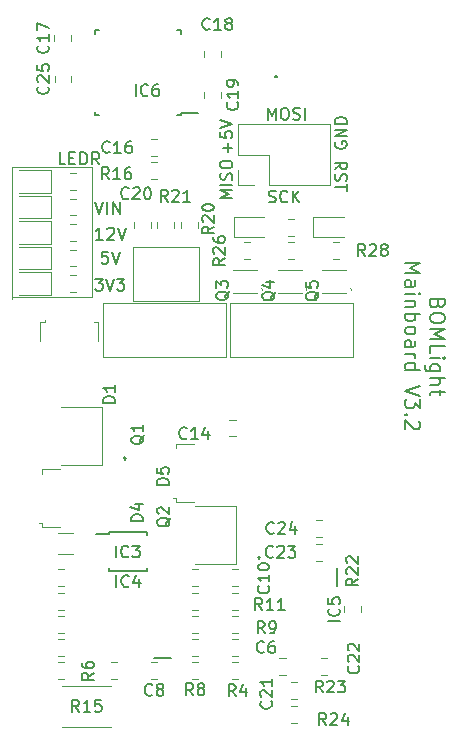
<source format=gbr>
G04 #@! TF.GenerationSoftware,KiCad,Pcbnew,(5.1.4)-1*
G04 #@! TF.CreationDate,2020-07-19T23:15:40-07:00*
G04 #@! TF.ProjectId,SkateLightMainBoard,536b6174-654c-4696-9768-744d61696e42,rev?*
G04 #@! TF.SameCoordinates,Original*
G04 #@! TF.FileFunction,Legend,Top*
G04 #@! TF.FilePolarity,Positive*
%FSLAX46Y46*%
G04 Gerber Fmt 4.6, Leading zero omitted, Abs format (unit mm)*
G04 Created by KiCad (PCBNEW (5.1.4)-1) date 2020-07-19 23:15:40*
%MOMM*%
%LPD*%
G04 APERTURE LIST*
%ADD10C,0.150000*%
%ADD11C,0.177800*%
%ADD12C,0.120000*%
%ADD13C,0.200000*%
%ADD14C,0.100000*%
%ADD15C,0.203200*%
G04 APERTURE END LIST*
D10*
X5908571Y16597619D02*
X5908571Y17597619D01*
X6241904Y16883333D01*
X6575238Y17597619D01*
X6575238Y16597619D01*
X7241904Y17597619D02*
X7432380Y17597619D01*
X7527619Y17550000D01*
X7622857Y17454761D01*
X7670476Y17264285D01*
X7670476Y16930952D01*
X7622857Y16740476D01*
X7527619Y16645238D01*
X7432380Y16597619D01*
X7241904Y16597619D01*
X7146666Y16645238D01*
X7051428Y16740476D01*
X7003809Y16930952D01*
X7003809Y17264285D01*
X7051428Y17454761D01*
X7146666Y17550000D01*
X7241904Y17597619D01*
X8051428Y16645238D02*
X8194285Y16597619D01*
X8432380Y16597619D01*
X8527619Y16645238D01*
X8575238Y16692857D01*
X8622857Y16788095D01*
X8622857Y16883333D01*
X8575238Y16978571D01*
X8527619Y17026190D01*
X8432380Y17073809D01*
X8241904Y17121428D01*
X8146666Y17169047D01*
X8099047Y17216666D01*
X8051428Y17311904D01*
X8051428Y17407142D01*
X8099047Y17502380D01*
X8146666Y17550000D01*
X8241904Y17597619D01*
X8480000Y17597619D01*
X8622857Y17550000D01*
X9051428Y16597619D02*
X9051428Y17597619D01*
X2511428Y13854285D02*
X2511428Y14616190D01*
X2892380Y14235238D02*
X2130476Y14235238D01*
X1892380Y15568571D02*
X1892380Y15092380D01*
X2368571Y15044761D01*
X2320952Y15092380D01*
X2273333Y15187619D01*
X2273333Y15425714D01*
X2320952Y15520952D01*
X2368571Y15568571D01*
X2463809Y15616190D01*
X2701904Y15616190D01*
X2797142Y15568571D01*
X2844761Y15520952D01*
X2892380Y15425714D01*
X2892380Y15187619D01*
X2844761Y15092380D01*
X2797142Y15044761D01*
X1892380Y15901904D02*
X2892380Y16235238D01*
X1892380Y16568571D01*
X2882380Y9938571D02*
X1882380Y9938571D01*
X2596666Y10271904D01*
X1882380Y10605238D01*
X2882380Y10605238D01*
X2882380Y11081428D02*
X1882380Y11081428D01*
X2834761Y11510000D02*
X2882380Y11652857D01*
X2882380Y11890952D01*
X2834761Y11986190D01*
X2787142Y12033809D01*
X2691904Y12081428D01*
X2596666Y12081428D01*
X2501428Y12033809D01*
X2453809Y11986190D01*
X2406190Y11890952D01*
X2358571Y11700476D01*
X2310952Y11605238D01*
X2263333Y11557619D01*
X2168095Y11510000D01*
X2072857Y11510000D01*
X1977619Y11557619D01*
X1930000Y11605238D01*
X1882380Y11700476D01*
X1882380Y11938571D01*
X1930000Y12081428D01*
X1882380Y12700476D02*
X1882380Y12890952D01*
X1930000Y12986190D01*
X2025238Y13081428D01*
X2215714Y13129047D01*
X2549047Y13129047D01*
X2739523Y13081428D01*
X2834761Y12986190D01*
X2882380Y12890952D01*
X2882380Y12700476D01*
X2834761Y12605238D01*
X2739523Y12510000D01*
X2549047Y12462380D01*
X2215714Y12462380D01*
X2025238Y12510000D01*
X1930000Y12605238D01*
X1882380Y12700476D01*
X5994285Y9635238D02*
X6137142Y9587619D01*
X6375238Y9587619D01*
X6470476Y9635238D01*
X6518095Y9682857D01*
X6565714Y9778095D01*
X6565714Y9873333D01*
X6518095Y9968571D01*
X6470476Y10016190D01*
X6375238Y10063809D01*
X6184761Y10111428D01*
X6089523Y10159047D01*
X6041904Y10206666D01*
X5994285Y10301904D01*
X5994285Y10397142D01*
X6041904Y10492380D01*
X6089523Y10540000D01*
X6184761Y10587619D01*
X6422857Y10587619D01*
X6565714Y10540000D01*
X7565714Y9682857D02*
X7518095Y9635238D01*
X7375238Y9587619D01*
X7280000Y9587619D01*
X7137142Y9635238D01*
X7041904Y9730476D01*
X6994285Y9825714D01*
X6946666Y10016190D01*
X6946666Y10159047D01*
X6994285Y10349523D01*
X7041904Y10444761D01*
X7137142Y10540000D01*
X7280000Y10587619D01*
X7375238Y10587619D01*
X7518095Y10540000D01*
X7565714Y10492380D01*
X7994285Y9587619D02*
X7994285Y10587619D01*
X8565714Y9587619D02*
X8137142Y10159047D01*
X8565714Y10587619D02*
X7994285Y10016190D01*
X11577619Y12387619D02*
X12053809Y12720952D01*
X11577619Y12959047D02*
X12577619Y12959047D01*
X12577619Y12578095D01*
X12530000Y12482857D01*
X12482380Y12435238D01*
X12387142Y12387619D01*
X12244285Y12387619D01*
X12149047Y12435238D01*
X12101428Y12482857D01*
X12053809Y12578095D01*
X12053809Y12959047D01*
X11625238Y12006666D02*
X11577619Y11863809D01*
X11577619Y11625714D01*
X11625238Y11530476D01*
X11672857Y11482857D01*
X11768095Y11435238D01*
X11863333Y11435238D01*
X11958571Y11482857D01*
X12006190Y11530476D01*
X12053809Y11625714D01*
X12101428Y11816190D01*
X12149047Y11911428D01*
X12196666Y11959047D01*
X12291904Y12006666D01*
X12387142Y12006666D01*
X12482380Y11959047D01*
X12530000Y11911428D01*
X12577619Y11816190D01*
X12577619Y11578095D01*
X12530000Y11435238D01*
X12577619Y11149523D02*
X12577619Y10578095D01*
X11577619Y10863809D02*
X12577619Y10863809D01*
X11630000Y14708095D02*
X11582380Y14612857D01*
X11582380Y14470000D01*
X11630000Y14327142D01*
X11725238Y14231904D01*
X11820476Y14184285D01*
X12010952Y14136666D01*
X12153809Y14136666D01*
X12344285Y14184285D01*
X12439523Y14231904D01*
X12534761Y14327142D01*
X12582380Y14470000D01*
X12582380Y14565238D01*
X12534761Y14708095D01*
X12487142Y14755714D01*
X12153809Y14755714D01*
X12153809Y14565238D01*
X12582380Y15184285D02*
X11582380Y15184285D01*
X12582380Y15755714D01*
X11582380Y15755714D01*
X12582380Y16231904D02*
X11582380Y16231904D01*
X11582380Y16470000D01*
X11630000Y16612857D01*
X11725238Y16708095D01*
X11820476Y16755714D01*
X12010952Y16803333D01*
X12153809Y16803333D01*
X12344285Y16755714D01*
X12439523Y16708095D01*
X12534761Y16612857D01*
X12582380Y16470000D01*
X12582380Y16231904D01*
D11*
X-8081312Y6446640D02*
X-8661883Y6446640D01*
X-8371598Y6446640D02*
X-8371598Y7462640D01*
X-8468360Y7317498D01*
X-8565121Y7220736D01*
X-8661883Y7172355D01*
X-7694264Y7365879D02*
X-7645883Y7414260D01*
X-7549121Y7462640D01*
X-7307217Y7462640D01*
X-7210455Y7414260D01*
X-7162074Y7365879D01*
X-7113693Y7269117D01*
X-7113693Y7172355D01*
X-7162074Y7027212D01*
X-7742645Y6446640D01*
X-7113693Y6446640D01*
X-6823407Y7462640D02*
X-6484740Y6446640D01*
X-6146074Y7462640D01*
X-7645883Y5430640D02*
X-8129693Y5430640D01*
X-8178074Y4946831D01*
X-8129693Y4995212D01*
X-8032931Y5043593D01*
X-7791026Y5043593D01*
X-7694264Y4995212D01*
X-7645883Y4946831D01*
X-7597502Y4850069D01*
X-7597502Y4608164D01*
X-7645883Y4511402D01*
X-7694264Y4463021D01*
X-7791026Y4414640D01*
X-8032931Y4414640D01*
X-8129693Y4463021D01*
X-8178074Y4511402D01*
X-7307217Y5430640D02*
X-6968550Y4414640D01*
X-6629883Y5430640D01*
X-11231142Y12800380D02*
X-11714952Y12800380D01*
X-11714952Y13816380D01*
X-10892476Y13332571D02*
X-10553809Y13332571D01*
X-10408666Y12800380D02*
X-10892476Y12800380D01*
X-10892476Y13816380D01*
X-10408666Y13816380D01*
X-9973238Y12800380D02*
X-9973238Y13816380D01*
X-9731333Y13816380D01*
X-9586190Y13768000D01*
X-9489428Y13671238D01*
X-9441047Y13574476D01*
X-9392666Y13380952D01*
X-9392666Y13235809D01*
X-9441047Y13042285D01*
X-9489428Y12945523D01*
X-9586190Y12848761D01*
X-9731333Y12800380D01*
X-9973238Y12800380D01*
X-8376666Y12800380D02*
X-8715333Y13284190D01*
X-8957238Y12800380D02*
X-8957238Y13816380D01*
X-8570190Y13816380D01*
X-8473428Y13768000D01*
X-8425047Y13719619D01*
X-8376666Y13622857D01*
X-8376666Y13477714D01*
X-8425047Y13380952D01*
X-8473428Y13332571D01*
X-8570190Y13284190D01*
X-8957238Y13284190D01*
D12*
X-8999220Y1572260D02*
X-15793720Y1572260D01*
D11*
X-8692121Y9621640D02*
X-8353455Y8605640D01*
X-8014788Y9621640D01*
X-7676121Y8605640D02*
X-7676121Y9621640D01*
X-7192312Y8605640D02*
X-7192312Y9621640D01*
X-6611740Y8605640D01*
X-6611740Y9621640D01*
X-8710264Y3144640D02*
X-8081312Y3144640D01*
X-8419979Y2757593D01*
X-8274836Y2757593D01*
X-8178074Y2709212D01*
X-8129693Y2660831D01*
X-8081312Y2564069D01*
X-8081312Y2322164D01*
X-8129693Y2225402D01*
X-8178074Y2177021D01*
X-8274836Y2128640D01*
X-8565121Y2128640D01*
X-8661883Y2177021D01*
X-8710264Y2225402D01*
X-7791026Y3144640D02*
X-7452360Y2128640D01*
X-7113693Y3144640D01*
X-6871788Y3144640D02*
X-6242836Y3144640D01*
X-6581502Y2757593D01*
X-6436360Y2757593D01*
X-6339598Y2709212D01*
X-6291217Y2660831D01*
X-6242836Y2564069D01*
X-6242836Y2322164D01*
X-6291217Y2225402D01*
X-6339598Y2177021D01*
X-6436360Y2128640D01*
X-6726645Y2128640D01*
X-6823407Y2177021D01*
X-6871788Y2225402D01*
D12*
X-15793720Y1445260D02*
X-15793720Y12545740D01*
X-8999220Y12545740D02*
X-8999220Y1572260D01*
X-15789620Y12545740D02*
X-8999220Y12545740D01*
D13*
X20276785Y1001428D02*
X20217261Y822857D01*
X20157738Y763333D01*
X20038690Y703809D01*
X19860119Y703809D01*
X19741071Y763333D01*
X19681547Y822857D01*
X19622023Y941904D01*
X19622023Y1418095D01*
X20872023Y1418095D01*
X20872023Y1001428D01*
X20812500Y882380D01*
X20752976Y822857D01*
X20633928Y763333D01*
X20514880Y763333D01*
X20395833Y822857D01*
X20336309Y882380D01*
X20276785Y1001428D01*
X20276785Y1418095D01*
X20872023Y-70000D02*
X20872023Y-308095D01*
X20812500Y-427142D01*
X20693452Y-546190D01*
X20455357Y-605714D01*
X20038690Y-605714D01*
X19800595Y-546190D01*
X19681547Y-427142D01*
X19622023Y-308095D01*
X19622023Y-70000D01*
X19681547Y49047D01*
X19800595Y168095D01*
X20038690Y227619D01*
X20455357Y227619D01*
X20693452Y168095D01*
X20812500Y49047D01*
X20872023Y-70000D01*
X19622023Y-1141428D02*
X20872023Y-1141428D01*
X19979166Y-1558095D01*
X20872023Y-1974761D01*
X19622023Y-1974761D01*
X19622023Y-3165238D02*
X19622023Y-2569999D01*
X20872023Y-2569999D01*
X19622023Y-3581904D02*
X20455357Y-3581904D01*
X20872023Y-3581904D02*
X20812500Y-3522380D01*
X20752976Y-3581904D01*
X20812500Y-3641428D01*
X20872023Y-3581904D01*
X20752976Y-3581904D01*
X20455357Y-4712857D02*
X19443452Y-4712857D01*
X19324404Y-4653333D01*
X19264880Y-4593809D01*
X19205357Y-4474761D01*
X19205357Y-4296190D01*
X19264880Y-4177142D01*
X19681547Y-4712857D02*
X19622023Y-4593809D01*
X19622023Y-4355714D01*
X19681547Y-4236666D01*
X19741071Y-4177142D01*
X19860119Y-4117619D01*
X20217261Y-4117619D01*
X20336309Y-4177142D01*
X20395833Y-4236666D01*
X20455357Y-4355714D01*
X20455357Y-4593809D01*
X20395833Y-4712857D01*
X19622023Y-5308095D02*
X20872023Y-5308095D01*
X19622023Y-5843809D02*
X20276785Y-5843809D01*
X20395833Y-5784285D01*
X20455357Y-5665238D01*
X20455357Y-5486666D01*
X20395833Y-5367619D01*
X20336309Y-5308095D01*
X20455357Y-6260476D02*
X20455357Y-6736666D01*
X20872023Y-6439047D02*
X19800595Y-6439047D01*
X19681547Y-6498571D01*
X19622023Y-6617619D01*
X19622023Y-6736666D01*
X17547023Y4424047D02*
X18797023Y4424047D01*
X17904166Y4007380D01*
X18797023Y3590714D01*
X17547023Y3590714D01*
X17547023Y2459761D02*
X18201785Y2459761D01*
X18320833Y2519285D01*
X18380357Y2638333D01*
X18380357Y2876428D01*
X18320833Y2995476D01*
X17606547Y2459761D02*
X17547023Y2578809D01*
X17547023Y2876428D01*
X17606547Y2995476D01*
X17725595Y3055000D01*
X17844642Y3055000D01*
X17963690Y2995476D01*
X18023214Y2876428D01*
X18023214Y2578809D01*
X18082738Y2459761D01*
X17547023Y1864523D02*
X18380357Y1864523D01*
X18797023Y1864523D02*
X18737500Y1924047D01*
X18677976Y1864523D01*
X18737500Y1805000D01*
X18797023Y1864523D01*
X18677976Y1864523D01*
X18380357Y1269285D02*
X17547023Y1269285D01*
X18261309Y1269285D02*
X18320833Y1209761D01*
X18380357Y1090714D01*
X18380357Y912142D01*
X18320833Y793095D01*
X18201785Y733571D01*
X17547023Y733571D01*
X17547023Y138333D02*
X18797023Y138333D01*
X18320833Y138333D02*
X18380357Y19285D01*
X18380357Y-218809D01*
X18320833Y-337857D01*
X18261309Y-397380D01*
X18142261Y-456904D01*
X17785119Y-456904D01*
X17666071Y-397380D01*
X17606547Y-337857D01*
X17547023Y-218809D01*
X17547023Y19285D01*
X17606547Y138333D01*
X17547023Y-1171190D02*
X17606547Y-1052142D01*
X17666071Y-992619D01*
X17785119Y-933095D01*
X18142261Y-933095D01*
X18261309Y-992619D01*
X18320833Y-1052142D01*
X18380357Y-1171190D01*
X18380357Y-1349761D01*
X18320833Y-1468809D01*
X18261309Y-1528333D01*
X18142261Y-1587857D01*
X17785119Y-1587857D01*
X17666071Y-1528333D01*
X17606547Y-1468809D01*
X17547023Y-1349761D01*
X17547023Y-1171190D01*
X17547023Y-2659285D02*
X18201785Y-2659285D01*
X18320833Y-2599761D01*
X18380357Y-2480714D01*
X18380357Y-2242619D01*
X18320833Y-2123571D01*
X17606547Y-2659285D02*
X17547023Y-2540238D01*
X17547023Y-2242619D01*
X17606547Y-2123571D01*
X17725595Y-2064047D01*
X17844642Y-2064047D01*
X17963690Y-2123571D01*
X18023214Y-2242619D01*
X18023214Y-2540238D01*
X18082738Y-2659285D01*
X17547023Y-3254523D02*
X18380357Y-3254523D01*
X18142261Y-3254523D02*
X18261309Y-3314047D01*
X18320833Y-3373571D01*
X18380357Y-3492619D01*
X18380357Y-3611666D01*
X17547023Y-4564047D02*
X18797023Y-4564047D01*
X17606547Y-4564047D02*
X17547023Y-4445000D01*
X17547023Y-4206904D01*
X17606547Y-4087857D01*
X17666071Y-4028333D01*
X17785119Y-3968809D01*
X18142261Y-3968809D01*
X18261309Y-4028333D01*
X18320833Y-4087857D01*
X18380357Y-4206904D01*
X18380357Y-4445000D01*
X18320833Y-4564047D01*
X18797023Y-5933095D02*
X17547023Y-6349761D01*
X18797023Y-6766428D01*
X18797023Y-7064047D02*
X18797023Y-7837857D01*
X18320833Y-7421190D01*
X18320833Y-7599761D01*
X18261309Y-7718809D01*
X18201785Y-7778333D01*
X18082738Y-7837857D01*
X17785119Y-7837857D01*
X17666071Y-7778333D01*
X17606547Y-7718809D01*
X17547023Y-7599761D01*
X17547023Y-7242619D01*
X17606547Y-7123571D01*
X17666071Y-7064047D01*
X17666071Y-8373571D02*
X17606547Y-8433095D01*
X17547023Y-8373571D01*
X17606547Y-8314047D01*
X17666071Y-8373571D01*
X17547023Y-8373571D01*
X18677976Y-8909285D02*
X18737500Y-8968809D01*
X18797023Y-9087857D01*
X18797023Y-9385476D01*
X18737500Y-9504523D01*
X18677976Y-9564047D01*
X18558928Y-9623571D01*
X18439880Y-9623571D01*
X18261309Y-9564047D01*
X17547023Y-8849761D01*
X17547023Y-9623571D01*
D14*
X-232560Y-21036600D02*
X3217440Y-21036600D01*
X3217440Y-21036600D02*
X3217440Y-16136600D01*
X3217440Y-16136600D02*
X-232560Y-16136600D01*
D13*
X5167440Y-20586600D02*
X5167440Y-20586600D01*
X5167440Y-20386600D02*
X5167440Y-20386600D01*
X5167440Y-20386600D02*
G75*
G03X5167440Y-20586600I0J-100000D01*
G01*
X5167440Y-20586600D02*
G75*
G03X5167440Y-20386600I0J100000D01*
G01*
D12*
X-10742860Y23244042D02*
X-10742860Y23761198D01*
X-12162860Y23244042D02*
X-12162860Y23761198D01*
D13*
X-6223420Y-12185400D02*
G75*
G03X-6223420Y-11985400I0J100000D01*
G01*
X-6223420Y-11985400D02*
G75*
G03X-6223420Y-12185400I0J-100000D01*
G01*
X-6223420Y-11985400D02*
X-6223420Y-11985400D01*
X-6223420Y-12185400D02*
X-6223420Y-12185400D01*
D14*
X-8173420Y-7735400D02*
X-11623420Y-7735400D01*
X-8173420Y-12635400D02*
X-8173420Y-7735400D01*
X-11623420Y-12635400D02*
X-8173420Y-12635400D01*
D12*
X-11318982Y-29363600D02*
X-11836138Y-29363600D01*
X-11318982Y-30783600D02*
X-11836138Y-30783600D01*
X-6888982Y-29363600D02*
X-7406138Y-29363600D01*
X-6888982Y-30783600D02*
X-7406138Y-30783600D01*
X2880862Y-26846600D02*
X3398018Y-26846600D01*
X2880862Y-25426600D02*
X3398018Y-25426600D01*
X2880862Y-28815100D02*
X3398018Y-28815100D01*
X2880862Y-27395100D02*
X3398018Y-27395100D01*
X-3459982Y-29363600D02*
X-3977138Y-29363600D01*
X-3459982Y-30783600D02*
X-3977138Y-30783600D01*
X-30982Y-25426600D02*
X-548138Y-25426600D01*
X-30982Y-26846600D02*
X-548138Y-26846600D01*
X2880862Y-22909600D02*
X3398018Y-22909600D01*
X2880862Y-21489600D02*
X3398018Y-21489600D01*
X-11333982Y-27395100D02*
X-11851138Y-27395100D01*
X-11333982Y-28815100D02*
X-11851138Y-28815100D01*
X-11851138Y-22909600D02*
X-11333982Y-22909600D01*
X-11851138Y-21489600D02*
X-11333982Y-21489600D01*
X-11333982Y-23458100D02*
X-11851138Y-23458100D01*
X-11333982Y-24878100D02*
X-11851138Y-24878100D01*
X-12498360Y10152260D02*
X-15183360Y10152260D01*
X-12498360Y8232260D02*
X-12498360Y10152260D01*
X-15183360Y8232260D02*
X-12498360Y8232260D01*
X-12498360Y5834260D02*
X-15183360Y5834260D01*
X-12498360Y3914260D02*
X-12498360Y5834260D01*
X-15183360Y3914260D02*
X-12498360Y3914260D01*
X-13456880Y-17565740D02*
X-13256880Y-17565740D01*
X-11656880Y-13015740D02*
X-13256880Y-13015740D01*
X-13256880Y-17915740D02*
X-11656880Y-17915740D01*
X-13256880Y-17565740D02*
X-13256880Y-17915740D01*
X-13256880Y-13015740D02*
X-13256880Y-13365740D01*
X-2112560Y-15436600D02*
X-1912560Y-15436600D01*
X-312560Y-10886600D02*
X-1912560Y-10886600D01*
X-1912560Y-15786600D02*
X-312560Y-15786600D01*
X-1912560Y-15436600D02*
X-1912560Y-15786600D01*
X-1912560Y-10886600D02*
X-1912560Y-11236600D01*
D10*
X-7545000Y-18460000D02*
X-8620000Y-18460000D01*
X-7545000Y-21585000D02*
X-4295000Y-21585000D01*
X-7545000Y-18335000D02*
X-4295000Y-18335000D01*
X-7545000Y-21585000D02*
X-7545000Y-21360000D01*
X-4295000Y-21585000D02*
X-4295000Y-21360000D01*
X-4295000Y-18335000D02*
X-4295000Y-18560000D01*
X-7545000Y-18335000D02*
X-7545000Y-18460000D01*
D13*
X-2291060Y-29001600D02*
X-3741060Y-29001600D01*
D12*
X-10885938Y8482260D02*
X-10368782Y8482260D01*
X-10885938Y9902260D02*
X-10368782Y9902260D01*
X-10885938Y4164260D02*
X-10368782Y4164260D01*
X-10885938Y5584260D02*
X-10368782Y5584260D01*
X2880862Y-30783600D02*
X3398018Y-30783600D01*
X2880862Y-29363600D02*
X3398018Y-29363600D01*
X-548138Y-28815100D02*
X-30982Y-28815100D01*
X-548138Y-27395100D02*
X-30982Y-27395100D01*
X-548138Y-30783600D02*
X-30982Y-30783600D01*
X-548138Y-29363600D02*
X-30982Y-29363600D01*
X-548138Y-22909600D02*
X-30982Y-22909600D01*
X-548138Y-21489600D02*
X-30982Y-21489600D01*
X2880862Y-24878100D02*
X3398018Y-24878100D01*
X2880862Y-23458100D02*
X3398018Y-23458100D01*
X-30982Y-23458100D02*
X-548138Y-23458100D01*
X-30982Y-24878100D02*
X-548138Y-24878100D01*
X-11333982Y-25426600D02*
X-11851138Y-25426600D01*
X-11333982Y-26846600D02*
X-11851138Y-26846600D01*
X-7386576Y-34785880D02*
X-11490704Y-34785880D01*
X-7386576Y-31365880D02*
X-11490704Y-31365880D01*
X-4005078Y14944160D02*
X-3487922Y14944160D01*
X-4005078Y13524160D02*
X-3487922Y13524160D01*
X1947140Y22405698D02*
X1947140Y21888542D01*
X527140Y22405698D02*
X527140Y21888542D01*
X1942060Y18969078D02*
X1942060Y18451922D01*
X522060Y18969078D02*
X522060Y18451922D01*
X-4006780Y7394202D02*
X-4006780Y7911358D01*
X-5426780Y7394202D02*
X-5426780Y7911358D01*
X-15183360Y10391260D02*
X-12498360Y10391260D01*
X-12498360Y10391260D02*
X-12498360Y12311260D01*
X-12498360Y12311260D02*
X-15183360Y12311260D01*
D13*
X6507400Y20240800D02*
G75*
G03X6707400Y20240800I100000J0D01*
G01*
X6707400Y20240800D02*
G75*
G03X6507400Y20240800I-100000J0D01*
G01*
X6707400Y20240800D02*
X6707400Y20240800D01*
X6507400Y20240800D02*
X6507400Y20240800D01*
D12*
X91440Y5842000D02*
X91440Y1270000D01*
X91440Y1270000D02*
X-5496560Y1270000D01*
X-5496560Y1270000D02*
X-5496560Y5842000D01*
X-5496560Y5842000D02*
X91440Y5842000D01*
X-3485382Y11558200D02*
X-4002538Y11558200D01*
X-3485382Y12978200D02*
X-4002538Y12978200D01*
X-10885938Y10641260D02*
X-10368782Y10641260D01*
X-10885938Y12061260D02*
X-10368782Y12061260D01*
X-1438980Y7909058D02*
X-1438980Y7391902D01*
X-18980Y7909058D02*
X-18980Y7391902D01*
X-2025580Y7909058D02*
X-2025580Y7391902D01*
X-3445580Y7909058D02*
X-3445580Y7391902D01*
X2390140Y1059180D02*
X2390140Y-3512820D01*
X2390140Y-3512820D02*
X-8023860Y-3512820D01*
X-8023860Y-3512820D02*
X-8023860Y1059180D01*
X-8023860Y1059180D02*
X2390140Y1059180D01*
X3166018Y-10216600D02*
X2648862Y-10216600D01*
X3166018Y-8796600D02*
X2648862Y-8796600D01*
X-11832064Y-18368600D02*
X-10627936Y-18368600D01*
X-11832064Y-20188600D02*
X-10627936Y-20188600D01*
X-8451680Y-559860D02*
X-8801680Y-559860D01*
X-13001680Y-559860D02*
X-13351680Y-559860D01*
X-13351680Y-559860D02*
X-13351680Y-2159860D01*
X-8451680Y-2159860D02*
X-8451680Y-559860D01*
X-13001680Y-359860D02*
X-13001680Y-559860D01*
X7403838Y-28962280D02*
X6886682Y-28962280D01*
X7403838Y-30382280D02*
X6886682Y-30382280D01*
X10896098Y-30389900D02*
X10378942Y-30389900D01*
X10896098Y-28969900D02*
X10378942Y-28969900D01*
X10487158Y-20755680D02*
X9970002Y-20755680D01*
X10487158Y-19335680D02*
X9970002Y-19335680D01*
X10492238Y-17306220D02*
X9975082Y-17306220D01*
X10492238Y-18726220D02*
X9975082Y-18726220D01*
X-10737780Y20296638D02*
X-10737780Y19779482D01*
X-12157780Y20296638D02*
X-12157780Y19779482D01*
X-15183360Y6073260D02*
X-12498360Y6073260D01*
X-12498360Y6073260D02*
X-12498360Y7993260D01*
X-12498360Y7993260D02*
X-15183360Y7993260D01*
X-12498360Y3675260D02*
X-15183360Y3675260D01*
X-12498360Y1755260D02*
X-12498360Y3675260D01*
X-15183360Y1755260D02*
X-12498360Y1755260D01*
X9759820Y8330300D02*
X12309820Y8330300D01*
X9759820Y6630300D02*
X12309820Y6630300D01*
X9759820Y8330300D02*
X9759820Y6630300D01*
X3031360Y8332840D02*
X5581360Y8332840D01*
X3031360Y6632840D02*
X5581360Y6632840D01*
X3031360Y8332840D02*
X3031360Y6632840D01*
D10*
X-1455000Y16959160D02*
X-1455000Y17184160D01*
X-8705000Y16959160D02*
X-8705000Y17284160D01*
X-8705000Y24209160D02*
X-8705000Y23884160D01*
X-1455000Y24209160D02*
X-1455000Y23884160D01*
X-1455000Y16959160D02*
X-1780000Y16959160D01*
X-1455000Y24209160D02*
X-1780000Y24209160D01*
X-8705000Y24209160D02*
X-8380000Y24209160D01*
X-8705000Y16959160D02*
X-8380000Y16959160D01*
X-1455000Y17184160D02*
X-30000Y17184160D01*
D12*
X13103860Y1059180D02*
X13103860Y-3512820D01*
X13103860Y-3512820D02*
X2689860Y-3512820D01*
X2689860Y-3512820D02*
X2689860Y1059180D01*
X2689860Y1059180D02*
X13103860Y1059180D01*
D14*
X2985260Y1887980D02*
X4985260Y1887980D01*
X2985260Y3887980D02*
X4985260Y3887980D01*
X5385260Y2187980D02*
X5385260Y2187980D01*
X5385260Y2287980D02*
X5385260Y2287980D01*
X5385260Y2287980D02*
G75*
G02X5385260Y2187980I0J-50000D01*
G01*
X5385260Y2187980D02*
G75*
G02X5385260Y2287980I0J50000D01*
G01*
X6769860Y1887980D02*
X8769860Y1887980D01*
X6769860Y3887980D02*
X8769860Y3887980D01*
X9169860Y2187980D02*
X9169860Y2187980D01*
X9169860Y2287980D02*
X9169860Y2287980D01*
X9169860Y2287980D02*
G75*
G02X9169860Y2187980I0J-50000D01*
G01*
X9169860Y2187980D02*
G75*
G02X9169860Y2287980I0J50000D01*
G01*
X12929060Y2187980D02*
G75*
G02X12929060Y2287980I0J50000D01*
G01*
X12929060Y2287980D02*
G75*
G02X12929060Y2187980I0J-50000D01*
G01*
X12929060Y2287980D02*
X12929060Y2287980D01*
X12929060Y2187980D02*
X12929060Y2187980D01*
X10529060Y3887980D02*
X12529060Y3887980D01*
X10529060Y1887980D02*
X12529060Y1887980D01*
D12*
X13757980Y-24547062D02*
X13757980Y-25064218D01*
X12337980Y-24547062D02*
X12337980Y-25064218D01*
X8376418Y-30999360D02*
X7859262Y-30999360D01*
X8376418Y-32419360D02*
X7859262Y-32419360D01*
X7856722Y-33028820D02*
X8373878Y-33028820D01*
X7856722Y-34448820D02*
X8373878Y-34448820D01*
X-10885938Y6323260D02*
X-10368782Y6323260D01*
X-10885938Y7743260D02*
X-10368782Y7743260D01*
X3904482Y4819580D02*
X4421638Y4819580D01*
X3904482Y6239580D02*
X4421638Y6239580D01*
X7638282Y6214180D02*
X8155438Y6214180D01*
X7638282Y4794180D02*
X8155438Y4794180D01*
X11420582Y6214180D02*
X11937738Y6214180D01*
X11420582Y4794180D02*
X11937738Y4794180D01*
X-10885938Y3425260D02*
X-10368782Y3425260D01*
X-10885938Y2005260D02*
X-10368782Y2005260D01*
X7640822Y6772840D02*
X8157978Y6772840D01*
X7640822Y8192840D02*
X8157978Y8192840D01*
D13*
X11739240Y-21391600D02*
X11739240Y-22916600D01*
D12*
X11140000Y11030000D02*
X11140000Y16230000D01*
X6000000Y11030000D02*
X11140000Y11030000D01*
X3400000Y16230000D02*
X11140000Y16230000D01*
X6000000Y11030000D02*
X6000000Y13630000D01*
X6000000Y13630000D02*
X3400000Y13630000D01*
X3400000Y13630000D02*
X3400000Y16230000D01*
X4730000Y11030000D02*
X3400000Y11030000D01*
X3400000Y11030000D02*
X3400000Y12360000D01*
D10*
X-2350520Y-17115238D02*
X-2398140Y-17210476D01*
X-2493378Y-17305714D01*
X-2636235Y-17448571D01*
X-2683854Y-17543809D01*
X-2683854Y-17639047D01*
X-2445759Y-17591428D02*
X-2493378Y-17686666D01*
X-2588616Y-17781904D01*
X-2779092Y-17829523D01*
X-3112425Y-17829523D01*
X-3302901Y-17781904D01*
X-3398140Y-17686666D01*
X-3445759Y-17591428D01*
X-3445759Y-17400952D01*
X-3398140Y-17305714D01*
X-3302901Y-17210476D01*
X-3112425Y-17162857D01*
X-2779092Y-17162857D01*
X-2588616Y-17210476D01*
X-2493378Y-17305714D01*
X-2445759Y-17400952D01*
X-2445759Y-17591428D01*
X-3350520Y-16781904D02*
X-3398140Y-16734285D01*
X-3445759Y-16639047D01*
X-3445759Y-16400952D01*
X-3398140Y-16305714D01*
X-3350520Y-16258095D01*
X-3255282Y-16210476D01*
X-3160044Y-16210476D01*
X-3017187Y-16258095D01*
X-2445759Y-16829523D01*
X-2445759Y-16210476D01*
X-12734717Y22860762D02*
X-12687098Y22813143D01*
X-12639479Y22670286D01*
X-12639479Y22575048D01*
X-12687098Y22432191D01*
X-12782336Y22336953D01*
X-12877574Y22289334D01*
X-13068050Y22241715D01*
X-13210907Y22241715D01*
X-13401383Y22289334D01*
X-13496621Y22336953D01*
X-13591860Y22432191D01*
X-13639479Y22575048D01*
X-13639479Y22670286D01*
X-13591860Y22813143D01*
X-13544240Y22860762D01*
X-12639479Y23813143D02*
X-12639479Y23241715D01*
X-12639479Y23527429D02*
X-13639479Y23527429D01*
X-13496621Y23432191D01*
X-13401383Y23336953D01*
X-13353764Y23241715D01*
X-13639479Y24146477D02*
X-13639479Y24813143D01*
X-12639479Y24384572D01*
X-4582380Y-10135238D02*
X-4630000Y-10230476D01*
X-4725238Y-10325714D01*
X-4868095Y-10468571D01*
X-4915714Y-10563809D01*
X-4915714Y-10659047D01*
X-4677619Y-10611428D02*
X-4725238Y-10706666D01*
X-4820476Y-10801904D01*
X-5010952Y-10849523D01*
X-5344285Y-10849523D01*
X-5534761Y-10801904D01*
X-5630000Y-10706666D01*
X-5677619Y-10611428D01*
X-5677619Y-10420952D01*
X-5630000Y-10325714D01*
X-5534761Y-10230476D01*
X-5344285Y-10182857D01*
X-5010952Y-10182857D01*
X-4820476Y-10230476D01*
X-4725238Y-10325714D01*
X-4677619Y-10420952D01*
X-4677619Y-10611428D01*
X-4677619Y-9230476D02*
X-4677619Y-9801904D01*
X-4677619Y-9516190D02*
X-5677619Y-9516190D01*
X-5534761Y-9611428D01*
X-5439523Y-9706666D01*
X-5391904Y-9801904D01*
X-8854179Y-30240266D02*
X-9330369Y-30573600D01*
X-8854179Y-30811695D02*
X-9854179Y-30811695D01*
X-9854179Y-30430742D01*
X-9806560Y-30335504D01*
X-9758940Y-30287885D01*
X-9663702Y-30240266D01*
X-9520845Y-30240266D01*
X-9425607Y-30287885D01*
X-9377988Y-30335504D01*
X-9330369Y-30430742D01*
X-9330369Y-30811695D01*
X-9854179Y-29383123D02*
X-9854179Y-29573600D01*
X-9806560Y-29668838D01*
X-9758940Y-29716457D01*
X-9616083Y-29811695D01*
X-9425607Y-29859314D01*
X-9044655Y-29859314D01*
X-8949417Y-29811695D01*
X-8901798Y-29764076D01*
X-8854179Y-29668838D01*
X-8854179Y-29478361D01*
X-8901798Y-29383123D01*
X-8949417Y-29335504D01*
X-9044655Y-29287885D01*
X-9282750Y-29287885D01*
X-9377988Y-29335504D01*
X-9425607Y-29383123D01*
X-9473226Y-29478361D01*
X-9473226Y-29668838D01*
X-9425607Y-29764076D01*
X-9377988Y-29811695D01*
X-9282750Y-29859314D01*
X5629613Y-26883620D02*
X5296280Y-26407430D01*
X5058184Y-26883620D02*
X5058184Y-25883620D01*
X5439137Y-25883620D01*
X5534375Y-25931240D01*
X5581994Y-25978859D01*
X5629613Y-26074097D01*
X5629613Y-26216954D01*
X5581994Y-26312192D01*
X5534375Y-26359811D01*
X5439137Y-26407430D01*
X5058184Y-26407430D01*
X6105803Y-26883620D02*
X6296280Y-26883620D01*
X6391518Y-26836001D01*
X6439137Y-26788382D01*
X6534375Y-26645525D01*
X6581994Y-26455049D01*
X6581994Y-26074097D01*
X6534375Y-25978859D01*
X6486756Y-25931240D01*
X6391518Y-25883620D01*
X6201041Y-25883620D01*
X6105803Y-25931240D01*
X6058184Y-25978859D01*
X6010565Y-26074097D01*
X6010565Y-26312192D01*
X6058184Y-26407430D01*
X6105803Y-26455049D01*
X6201041Y-26502668D01*
X6391518Y-26502668D01*
X6486756Y-26455049D01*
X6534375Y-26407430D01*
X6581994Y-26312192D01*
X5573733Y-28452082D02*
X5526114Y-28499701D01*
X5383257Y-28547320D01*
X5288019Y-28547320D01*
X5145161Y-28499701D01*
X5049923Y-28404463D01*
X5002304Y-28309225D01*
X4954685Y-28118749D01*
X4954685Y-27975892D01*
X5002304Y-27785416D01*
X5049923Y-27690178D01*
X5145161Y-27594940D01*
X5288019Y-27547320D01*
X5383257Y-27547320D01*
X5526114Y-27594940D01*
X5573733Y-27642559D01*
X6430876Y-27547320D02*
X6240400Y-27547320D01*
X6145161Y-27594940D01*
X6097542Y-27642559D01*
X6002304Y-27785416D01*
X5954685Y-27975892D01*
X5954685Y-28356844D01*
X6002304Y-28452082D01*
X6049923Y-28499701D01*
X6145161Y-28547320D01*
X6335638Y-28547320D01*
X6430876Y-28499701D01*
X6478495Y-28452082D01*
X6526114Y-28356844D01*
X6526114Y-28118749D01*
X6478495Y-28023511D01*
X6430876Y-27975892D01*
X6335638Y-27928273D01*
X6145161Y-27928273D01*
X6049923Y-27975892D01*
X6002304Y-28023511D01*
X5954685Y-28118749D01*
X-3885226Y-32080742D02*
X-3932845Y-32128361D01*
X-4075702Y-32175980D01*
X-4170940Y-32175980D01*
X-4313798Y-32128361D01*
X-4409036Y-32033123D01*
X-4456655Y-31937885D01*
X-4504274Y-31747409D01*
X-4504274Y-31604552D01*
X-4456655Y-31414076D01*
X-4409036Y-31318838D01*
X-4313798Y-31223600D01*
X-4170940Y-31175980D01*
X-4075702Y-31175980D01*
X-3932845Y-31223600D01*
X-3885226Y-31271219D01*
X-3313798Y-31604552D02*
X-3409036Y-31556933D01*
X-3456655Y-31509314D01*
X-3504274Y-31414076D01*
X-3504274Y-31366457D01*
X-3456655Y-31271219D01*
X-3409036Y-31223600D01*
X-3313798Y-31175980D01*
X-3123321Y-31175980D01*
X-3028083Y-31223600D01*
X-2980464Y-31271219D01*
X-2932845Y-31366457D01*
X-2932845Y-31414076D01*
X-2980464Y-31509314D01*
X-3028083Y-31556933D01*
X-3123321Y-31604552D01*
X-3313798Y-31604552D01*
X-3409036Y-31652171D01*
X-3456655Y-31699790D01*
X-3504274Y-31795028D01*
X-3504274Y-31985504D01*
X-3456655Y-32080742D01*
X-3409036Y-32128361D01*
X-3313798Y-32175980D01*
X-3123321Y-32175980D01*
X-3028083Y-32128361D01*
X-2980464Y-32080742D01*
X-2932845Y-31985504D01*
X-2932845Y-31795028D01*
X-2980464Y-31699790D01*
X-3028083Y-31652171D01*
X-3123321Y-31604552D01*
X5942602Y-22878017D02*
X5990221Y-22925636D01*
X6037840Y-23068493D01*
X6037840Y-23163731D01*
X5990221Y-23306588D01*
X5894983Y-23401826D01*
X5799745Y-23449445D01*
X5609269Y-23497064D01*
X5466412Y-23497064D01*
X5275936Y-23449445D01*
X5180698Y-23401826D01*
X5085460Y-23306588D01*
X5037840Y-23163731D01*
X5037840Y-23068493D01*
X5085460Y-22925636D01*
X5133079Y-22878017D01*
X6037840Y-21925636D02*
X6037840Y-22497064D01*
X6037840Y-22211350D02*
X5037840Y-22211350D01*
X5180698Y-22306588D01*
X5275936Y-22401826D01*
X5323555Y-22497064D01*
X5037840Y-21306588D02*
X5037840Y-21211350D01*
X5085460Y-21116112D01*
X5133079Y-21068493D01*
X5228317Y-21020874D01*
X5418793Y-20973255D01*
X5656888Y-20973255D01*
X5847364Y-21020874D01*
X5942602Y-21068493D01*
X5990221Y-21116112D01*
X6037840Y-21211350D01*
X6037840Y-21306588D01*
X5990221Y-21401826D01*
X5942602Y-21449445D01*
X5847364Y-21497064D01*
X5656888Y-21544683D01*
X5418793Y-21544683D01*
X5228317Y-21497064D01*
X5133079Y-21449445D01*
X5085460Y-21401826D01*
X5037840Y-21306588D01*
X-4688579Y-17392875D02*
X-5688579Y-17392875D01*
X-5688579Y-17154780D01*
X-5640960Y-17011922D01*
X-5545721Y-16916684D01*
X-5450483Y-16869065D01*
X-5260007Y-16821446D01*
X-5117150Y-16821446D01*
X-4926674Y-16869065D01*
X-4831436Y-16916684D01*
X-4736198Y-17011922D01*
X-4688579Y-17154780D01*
X-4688579Y-17392875D01*
X-5355245Y-15964303D02*
X-4688579Y-15964303D01*
X-5736198Y-16202399D02*
X-5021912Y-16440494D01*
X-5021912Y-15821446D01*
X-2490179Y-14334695D02*
X-3490179Y-14334695D01*
X-3490179Y-14096600D01*
X-3442560Y-13953742D01*
X-3347321Y-13858504D01*
X-3252083Y-13810885D01*
X-3061607Y-13763266D01*
X-2918750Y-13763266D01*
X-2728274Y-13810885D01*
X-2633036Y-13858504D01*
X-2537798Y-13953742D01*
X-2490179Y-14096600D01*
X-2490179Y-14334695D01*
X-3490179Y-12858504D02*
X-3490179Y-13334695D01*
X-3013988Y-13382314D01*
X-3061607Y-13334695D01*
X-3109226Y-13239457D01*
X-3109226Y-13001361D01*
X-3061607Y-12906123D01*
X-3013988Y-12858504D01*
X-2918750Y-12810885D01*
X-2680655Y-12810885D01*
X-2585417Y-12858504D01*
X-2537798Y-12906123D01*
X-2490179Y-13001361D01*
X-2490179Y-13239457D01*
X-2537798Y-13334695D01*
X-2585417Y-13382314D01*
X-6946190Y-20472380D02*
X-6946190Y-19472380D01*
X-5898571Y-20377142D02*
X-5946190Y-20424761D01*
X-6089047Y-20472380D01*
X-6184285Y-20472380D01*
X-6327142Y-20424761D01*
X-6422380Y-20329523D01*
X-6470000Y-20234285D01*
X-6517619Y-20043809D01*
X-6517619Y-19900952D01*
X-6470000Y-19710476D01*
X-6422380Y-19615238D01*
X-6327142Y-19520000D01*
X-6184285Y-19472380D01*
X-6089047Y-19472380D01*
X-5946190Y-19520000D01*
X-5898571Y-19567619D01*
X-5565238Y-19472380D02*
X-4946190Y-19472380D01*
X-5279523Y-19853333D01*
X-5136666Y-19853333D01*
X-5041428Y-19900952D01*
X-4993809Y-19948571D01*
X-4946190Y-20043809D01*
X-4946190Y-20281904D01*
X-4993809Y-20377142D01*
X-5041428Y-20424761D01*
X-5136666Y-20472380D01*
X-5422380Y-20472380D01*
X-5517619Y-20424761D01*
X-5565238Y-20377142D01*
D15*
X-6931809Y-22989619D02*
X-6931809Y-21973619D01*
X-5867428Y-22892857D02*
X-5915809Y-22941238D01*
X-6060952Y-22989619D01*
X-6157714Y-22989619D01*
X-6302857Y-22941238D01*
X-6399619Y-22844476D01*
X-6448000Y-22747714D01*
X-6496380Y-22554190D01*
X-6496380Y-22409047D01*
X-6448000Y-22215523D01*
X-6399619Y-22118761D01*
X-6302857Y-22022000D01*
X-6157714Y-21973619D01*
X-6060952Y-21973619D01*
X-5915809Y-22022000D01*
X-5867428Y-22070380D01*
X-4996571Y-22312285D02*
X-4996571Y-22989619D01*
X-5238476Y-21925238D02*
X-5480380Y-22650952D01*
X-4851428Y-22650952D01*
D10*
X3165813Y-32217620D02*
X2832480Y-31741430D01*
X2594384Y-32217620D02*
X2594384Y-31217620D01*
X2975337Y-31217620D01*
X3070575Y-31265240D01*
X3118194Y-31312859D01*
X3165813Y-31408097D01*
X3165813Y-31550954D01*
X3118194Y-31646192D01*
X3070575Y-31693811D01*
X2975337Y-31741430D01*
X2594384Y-31741430D01*
X4022956Y-31550954D02*
X4022956Y-32217620D01*
X3784860Y-31170001D02*
X3546765Y-31884287D01*
X4165813Y-31884287D01*
X-428286Y-32133800D02*
X-761620Y-31657610D01*
X-999715Y-32133800D02*
X-999715Y-31133800D01*
X-618762Y-31133800D01*
X-523524Y-31181420D01*
X-475905Y-31229039D01*
X-428286Y-31324277D01*
X-428286Y-31467134D01*
X-475905Y-31562372D01*
X-523524Y-31609991D01*
X-618762Y-31657610D01*
X-999715Y-31657610D01*
X143141Y-31562372D02*
X47903Y-31514753D01*
X284Y-31467134D01*
X-47334Y-31371896D01*
X-47334Y-31324277D01*
X284Y-31229039D01*
X47903Y-31181420D01*
X143141Y-31133800D01*
X333618Y-31133800D01*
X428856Y-31181420D01*
X476475Y-31229039D01*
X524094Y-31324277D01*
X524094Y-31371896D01*
X476475Y-31467134D01*
X428856Y-31514753D01*
X333618Y-31562372D01*
X143141Y-31562372D01*
X47903Y-31609991D01*
X284Y-31657610D01*
X-47334Y-31752848D01*
X-47334Y-31943324D01*
X284Y-32038562D01*
X47903Y-32086181D01*
X143141Y-32133800D01*
X333618Y-32133800D01*
X428856Y-32086181D01*
X476475Y-32038562D01*
X524094Y-31943324D01*
X524094Y-31752848D01*
X476475Y-31657610D01*
X428856Y-31609991D01*
X333618Y-31562372D01*
X5422662Y-24915120D02*
X5089329Y-24438930D01*
X4851234Y-24915120D02*
X4851234Y-23915120D01*
X5232186Y-23915120D01*
X5327424Y-23962740D01*
X5375043Y-24010359D01*
X5422662Y-24105597D01*
X5422662Y-24248454D01*
X5375043Y-24343692D01*
X5327424Y-24391311D01*
X5232186Y-24438930D01*
X4851234Y-24438930D01*
X6375043Y-24915120D02*
X5803615Y-24915120D01*
X6089329Y-24915120D02*
X6089329Y-23915120D01*
X5994091Y-24057978D01*
X5898853Y-24153216D01*
X5803615Y-24200835D01*
X7327424Y-24915120D02*
X6755996Y-24915120D01*
X7041710Y-24915120D02*
X7041710Y-23915120D01*
X6946472Y-24057978D01*
X6851234Y-24153216D01*
X6755996Y-24200835D01*
X-10082857Y-33532380D02*
X-10416190Y-33056190D01*
X-10654285Y-33532380D02*
X-10654285Y-32532380D01*
X-10273333Y-32532380D01*
X-10178095Y-32580000D01*
X-10130476Y-32627619D01*
X-10082857Y-32722857D01*
X-10082857Y-32865714D01*
X-10130476Y-32960952D01*
X-10178095Y-33008571D01*
X-10273333Y-33056190D01*
X-10654285Y-33056190D01*
X-9130476Y-33532380D02*
X-9701904Y-33532380D01*
X-9416190Y-33532380D02*
X-9416190Y-32532380D01*
X-9511428Y-32675238D01*
X-9606666Y-32770476D01*
X-9701904Y-32818095D01*
X-8225714Y-32532380D02*
X-8701904Y-32532380D01*
X-8749523Y-33008571D01*
X-8701904Y-32960952D01*
X-8606666Y-32913333D01*
X-8368571Y-32913333D01*
X-8273333Y-32960952D01*
X-8225714Y-33008571D01*
X-8178095Y-33103809D01*
X-8178095Y-33341904D01*
X-8225714Y-33437142D01*
X-8273333Y-33484761D01*
X-8368571Y-33532380D01*
X-8606666Y-33532380D01*
X-8701904Y-33484761D01*
X-8749523Y-33437142D01*
X-7495357Y13868517D02*
X-7542976Y13820898D01*
X-7685833Y13773279D01*
X-7781071Y13773279D01*
X-7923928Y13820898D01*
X-8019166Y13916136D01*
X-8066785Y14011374D01*
X-8114404Y14201850D01*
X-8114404Y14344707D01*
X-8066785Y14535183D01*
X-8019166Y14630421D01*
X-7923928Y14725660D01*
X-7781071Y14773279D01*
X-7685833Y14773279D01*
X-7542976Y14725660D01*
X-7495357Y14678040D01*
X-6542976Y13773279D02*
X-7114404Y13773279D01*
X-6828690Y13773279D02*
X-6828690Y14773279D01*
X-6923928Y14630421D01*
X-7019166Y14535183D01*
X-7114404Y14487564D01*
X-5685833Y14773279D02*
X-5876309Y14773279D01*
X-5971547Y14725660D01*
X-6019166Y14678040D01*
X-6114404Y14535183D01*
X-6162023Y14344707D01*
X-6162023Y13963755D01*
X-6114404Y13868517D01*
X-6066785Y13820898D01*
X-5971547Y13773279D01*
X-5781071Y13773279D01*
X-5685833Y13820898D01*
X-5638214Y13868517D01*
X-5590595Y13963755D01*
X-5590595Y14201850D01*
X-5638214Y14297088D01*
X-5685833Y14344707D01*
X-5781071Y14392326D01*
X-5971547Y14392326D01*
X-6066785Y14344707D01*
X-6114404Y14297088D01*
X-6162023Y14201850D01*
X980362Y24286797D02*
X932743Y24239178D01*
X789886Y24191559D01*
X694648Y24191559D01*
X551791Y24239178D01*
X456553Y24334416D01*
X408934Y24429654D01*
X361315Y24620130D01*
X361315Y24762987D01*
X408934Y24953463D01*
X456553Y25048701D01*
X551791Y25143940D01*
X694648Y25191559D01*
X789886Y25191559D01*
X932743Y25143940D01*
X980362Y25096320D01*
X1932743Y24191559D02*
X1361315Y24191559D01*
X1647029Y24191559D02*
X1647029Y25191559D01*
X1551791Y25048701D01*
X1456553Y24953463D01*
X1361315Y24905844D01*
X2504172Y24762987D02*
X2408934Y24810606D01*
X2361315Y24858225D01*
X2313696Y24953463D01*
X2313696Y25001082D01*
X2361315Y25096320D01*
X2408934Y25143940D01*
X2504172Y25191559D01*
X2694648Y25191559D01*
X2789886Y25143940D01*
X2837505Y25096320D01*
X2885124Y25001082D01*
X2885124Y24953463D01*
X2837505Y24858225D01*
X2789886Y24810606D01*
X2694648Y24762987D01*
X2504172Y24762987D01*
X2408934Y24715368D01*
X2361315Y24667749D01*
X2313696Y24572511D01*
X2313696Y24382035D01*
X2361315Y24286797D01*
X2408934Y24239178D01*
X2504172Y24191559D01*
X2694648Y24191559D01*
X2789886Y24239178D01*
X2837505Y24286797D01*
X2885124Y24382035D01*
X2885124Y24572511D01*
X2837505Y24667749D01*
X2789886Y24715368D01*
X2694648Y24762987D01*
X3313862Y18062562D02*
X3361481Y18014943D01*
X3409100Y17872086D01*
X3409100Y17776848D01*
X3361481Y17633991D01*
X3266243Y17538753D01*
X3171005Y17491134D01*
X2980529Y17443515D01*
X2837672Y17443515D01*
X2647196Y17491134D01*
X2551958Y17538753D01*
X2456720Y17633991D01*
X2409100Y17776848D01*
X2409100Y17872086D01*
X2456720Y18014943D01*
X2504339Y18062562D01*
X3409100Y19014943D02*
X3409100Y18443515D01*
X3409100Y18729229D02*
X2409100Y18729229D01*
X2551958Y18633991D01*
X2647196Y18538753D01*
X2694815Y18443515D01*
X3409100Y19491134D02*
X3409100Y19681610D01*
X3361481Y19776848D01*
X3313862Y19824467D01*
X3171005Y19919705D01*
X2980529Y19967324D01*
X2599577Y19967324D01*
X2504339Y19919705D01*
X2456720Y19872086D01*
X2409100Y19776848D01*
X2409100Y19586372D01*
X2456720Y19491134D01*
X2504339Y19443515D01*
X2599577Y19395896D01*
X2837672Y19395896D01*
X2932910Y19443515D01*
X2980529Y19491134D01*
X3028148Y19586372D01*
X3028148Y19776848D01*
X2980529Y19872086D01*
X2932910Y19919705D01*
X2837672Y19967324D01*
X-5890497Y9960337D02*
X-5938116Y9912718D01*
X-6080973Y9865099D01*
X-6176211Y9865099D01*
X-6319068Y9912718D01*
X-6414306Y10007956D01*
X-6461925Y10103194D01*
X-6509544Y10293670D01*
X-6509544Y10436527D01*
X-6461925Y10627003D01*
X-6414306Y10722241D01*
X-6319068Y10817480D01*
X-6176211Y10865099D01*
X-6080973Y10865099D01*
X-5938116Y10817480D01*
X-5890497Y10769860D01*
X-5509544Y10769860D02*
X-5461925Y10817480D01*
X-5366687Y10865099D01*
X-5128592Y10865099D01*
X-5033354Y10817480D01*
X-4985735Y10769860D01*
X-4938116Y10674622D01*
X-4938116Y10579384D01*
X-4985735Y10436527D01*
X-5557163Y9865099D01*
X-4938116Y9865099D01*
X-4319068Y10865099D02*
X-4223830Y10865099D01*
X-4128592Y10817480D01*
X-4080973Y10769860D01*
X-4033354Y10674622D01*
X-3985735Y10484146D01*
X-3985735Y10246051D01*
X-4033354Y10055575D01*
X-4080973Y9960337D01*
X-4128592Y9912718D01*
X-4223830Y9865099D01*
X-4319068Y9865099D01*
X-4414306Y9912718D01*
X-4461925Y9960337D01*
X-4509544Y10055575D01*
X-4557163Y10246051D01*
X-4557163Y10484146D01*
X-4509544Y10674622D01*
X-4461925Y10769860D01*
X-4414306Y10817480D01*
X-4319068Y10865099D01*
X-7552857Y11547619D02*
X-7886190Y12023809D01*
X-8124285Y11547619D02*
X-8124285Y12547619D01*
X-7743333Y12547619D01*
X-7648095Y12500000D01*
X-7600476Y12452380D01*
X-7552857Y12357142D01*
X-7552857Y12214285D01*
X-7600476Y12119047D01*
X-7648095Y12071428D01*
X-7743333Y12023809D01*
X-8124285Y12023809D01*
X-6600476Y11547619D02*
X-7171904Y11547619D01*
X-6886190Y11547619D02*
X-6886190Y12547619D01*
X-6981428Y12404761D01*
X-7076666Y12309523D01*
X-7171904Y12261904D01*
X-5743333Y12547619D02*
X-5933809Y12547619D01*
X-6029047Y12500000D01*
X-6076666Y12452380D01*
X-6171904Y12309523D01*
X-6219523Y12119047D01*
X-6219523Y11738095D01*
X-6171904Y11642857D01*
X-6124285Y11595238D01*
X-6029047Y11547619D01*
X-5838571Y11547619D01*
X-5743333Y11595238D01*
X-5695714Y11642857D01*
X-5648095Y11738095D01*
X-5648095Y11976190D01*
X-5695714Y12071428D01*
X-5743333Y12119047D01*
X-5838571Y12166666D01*
X-6029047Y12166666D01*
X-6124285Y12119047D01*
X-6171904Y12071428D01*
X-6219523Y11976190D01*
X1332380Y7547142D02*
X856190Y7213809D01*
X1332380Y6975714D02*
X332380Y6975714D01*
X332380Y7356666D01*
X379999Y7451904D01*
X427619Y7499523D01*
X522857Y7547142D01*
X665714Y7547142D01*
X760952Y7499523D01*
X808571Y7451904D01*
X856190Y7356666D01*
X856190Y6975714D01*
X427619Y7928095D02*
X380000Y7975714D01*
X332380Y8070952D01*
X332380Y8309047D01*
X380000Y8404285D01*
X427619Y8451904D01*
X522857Y8499523D01*
X618095Y8499523D01*
X760952Y8451904D01*
X1332380Y7880476D01*
X1332380Y8499523D01*
X332380Y9118571D02*
X332380Y9213809D01*
X380000Y9309047D01*
X427619Y9356666D01*
X522857Y9404285D01*
X713333Y9451904D01*
X951428Y9451904D01*
X1141904Y9404285D01*
X1237142Y9356666D01*
X1284761Y9309047D01*
X1332380Y9213809D01*
X1332380Y9118571D01*
X1284761Y9023333D01*
X1237142Y8975714D01*
X1141904Y8928095D01*
X951428Y8880476D01*
X713333Y8880476D01*
X522857Y8928095D01*
X427619Y8975714D01*
X380000Y9023333D01*
X332380Y9118571D01*
X-2583417Y9649199D02*
X-2916750Y10125389D01*
X-3154845Y9649199D02*
X-3154845Y10649199D01*
X-2773893Y10649199D01*
X-2678655Y10601580D01*
X-2631036Y10553960D01*
X-2583417Y10458722D01*
X-2583417Y10315865D01*
X-2631036Y10220627D01*
X-2678655Y10173008D01*
X-2773893Y10125389D01*
X-3154845Y10125389D01*
X-2202464Y10553960D02*
X-2154845Y10601580D01*
X-2059607Y10649199D01*
X-1821512Y10649199D01*
X-1726274Y10601580D01*
X-1678655Y10553960D01*
X-1631036Y10458722D01*
X-1631036Y10363484D01*
X-1678655Y10220627D01*
X-2250083Y9649199D01*
X-1631036Y9649199D01*
X-678655Y9649199D02*
X-1250083Y9649199D01*
X-964369Y9649199D02*
X-964369Y10649199D01*
X-1059607Y10506341D01*
X-1154845Y10411103D01*
X-1250083Y10363484D01*
X-972857Y-10357142D02*
X-1020476Y-10404761D01*
X-1163333Y-10452380D01*
X-1258571Y-10452380D01*
X-1401428Y-10404761D01*
X-1496666Y-10309523D01*
X-1544285Y-10214285D01*
X-1591904Y-10023809D01*
X-1591904Y-9880952D01*
X-1544285Y-9690476D01*
X-1496666Y-9595238D01*
X-1401428Y-9500000D01*
X-1258571Y-9452380D01*
X-1163333Y-9452380D01*
X-1020476Y-9500000D01*
X-972857Y-9547619D01*
X-20476Y-10452380D02*
X-591904Y-10452380D01*
X-306190Y-10452380D02*
X-306190Y-9452380D01*
X-401428Y-9595238D01*
X-496666Y-9690476D01*
X-591904Y-9738095D01*
X836666Y-9785714D02*
X836666Y-10452380D01*
X598571Y-9404761D02*
X360476Y-10119047D01*
X979523Y-10119047D01*
X-7040619Y-7372575D02*
X-8040619Y-7372575D01*
X-8040619Y-7134480D01*
X-7993000Y-6991622D01*
X-7897761Y-6896384D01*
X-7802523Y-6848765D01*
X-7612047Y-6801146D01*
X-7469190Y-6801146D01*
X-7278714Y-6848765D01*
X-7183476Y-6896384D01*
X-7088238Y-6991622D01*
X-7040619Y-7134480D01*
X-7040619Y-7372575D01*
X-7040619Y-5848765D02*
X-7040619Y-6420194D01*
X-7040619Y-6134480D02*
X-8040619Y-6134480D01*
X-7897761Y-6229718D01*
X-7802523Y-6324956D01*
X-7754904Y-6420194D01*
X6168662Y-32646857D02*
X6216281Y-32694476D01*
X6263900Y-32837333D01*
X6263900Y-32932571D01*
X6216281Y-33075428D01*
X6121043Y-33170666D01*
X6025805Y-33218285D01*
X5835329Y-33265904D01*
X5692472Y-33265904D01*
X5501996Y-33218285D01*
X5406758Y-33170666D01*
X5311520Y-33075428D01*
X5263900Y-32932571D01*
X5263900Y-32837333D01*
X5311520Y-32694476D01*
X5359139Y-32646857D01*
X5359139Y-32265904D02*
X5311520Y-32218285D01*
X5263900Y-32123047D01*
X5263900Y-31884952D01*
X5311520Y-31789714D01*
X5359139Y-31742095D01*
X5454377Y-31694476D01*
X5549615Y-31694476D01*
X5692472Y-31742095D01*
X6263900Y-32313523D01*
X6263900Y-31694476D01*
X6263900Y-30742095D02*
X6263900Y-31313523D01*
X6263900Y-31027809D02*
X5263900Y-31027809D01*
X5406758Y-31123047D01*
X5501996Y-31218285D01*
X5549615Y-31313523D01*
X13557142Y-29672857D02*
X13604761Y-29720476D01*
X13652380Y-29863333D01*
X13652380Y-29958571D01*
X13604761Y-30101428D01*
X13509523Y-30196666D01*
X13414285Y-30244285D01*
X13223809Y-30291904D01*
X13080952Y-30291904D01*
X12890476Y-30244285D01*
X12795238Y-30196666D01*
X12700000Y-30101428D01*
X12652380Y-29958571D01*
X12652380Y-29863333D01*
X12700000Y-29720476D01*
X12747619Y-29672857D01*
X12747619Y-29291904D02*
X12700000Y-29244285D01*
X12652380Y-29149047D01*
X12652380Y-28910952D01*
X12700000Y-28815714D01*
X12747619Y-28768095D01*
X12842857Y-28720476D01*
X12938095Y-28720476D01*
X13080952Y-28768095D01*
X13652380Y-29339523D01*
X13652380Y-28720476D01*
X12747619Y-28339523D02*
X12700000Y-28291904D01*
X12652380Y-28196666D01*
X12652380Y-27958571D01*
X12700000Y-27863333D01*
X12747619Y-27815714D01*
X12842857Y-27768095D01*
X12938095Y-27768095D01*
X13080952Y-27815714D01*
X13652380Y-28387142D01*
X13652380Y-27768095D01*
X6331982Y-20392662D02*
X6284363Y-20440281D01*
X6141506Y-20487900D01*
X6046268Y-20487900D01*
X5903411Y-20440281D01*
X5808173Y-20345043D01*
X5760554Y-20249805D01*
X5712935Y-20059329D01*
X5712935Y-19916472D01*
X5760554Y-19725996D01*
X5808173Y-19630758D01*
X5903411Y-19535520D01*
X6046268Y-19487900D01*
X6141506Y-19487900D01*
X6284363Y-19535520D01*
X6331982Y-19583139D01*
X6712935Y-19583139D02*
X6760554Y-19535520D01*
X6855792Y-19487900D01*
X7093887Y-19487900D01*
X7189125Y-19535520D01*
X7236744Y-19583139D01*
X7284363Y-19678377D01*
X7284363Y-19773615D01*
X7236744Y-19916472D01*
X6665316Y-20487900D01*
X7284363Y-20487900D01*
X7617697Y-19487900D02*
X8236744Y-19487900D01*
X7903411Y-19868853D01*
X8046268Y-19868853D01*
X8141506Y-19916472D01*
X8189125Y-19964091D01*
X8236744Y-20059329D01*
X8236744Y-20297424D01*
X8189125Y-20392662D01*
X8141506Y-20440281D01*
X8046268Y-20487900D01*
X7760554Y-20487900D01*
X7665316Y-20440281D01*
X7617697Y-20392662D01*
X6403102Y-18368282D02*
X6355483Y-18415901D01*
X6212626Y-18463520D01*
X6117388Y-18463520D01*
X5974531Y-18415901D01*
X5879293Y-18320663D01*
X5831674Y-18225425D01*
X5784055Y-18034949D01*
X5784055Y-17892092D01*
X5831674Y-17701616D01*
X5879293Y-17606378D01*
X5974531Y-17511140D01*
X6117388Y-17463520D01*
X6212626Y-17463520D01*
X6355483Y-17511140D01*
X6403102Y-17558759D01*
X6784055Y-17558759D02*
X6831674Y-17511140D01*
X6926912Y-17463520D01*
X7165007Y-17463520D01*
X7260245Y-17511140D01*
X7307864Y-17558759D01*
X7355483Y-17653997D01*
X7355483Y-17749235D01*
X7307864Y-17892092D01*
X6736436Y-18463520D01*
X7355483Y-18463520D01*
X8212626Y-17796854D02*
X8212626Y-18463520D01*
X7974531Y-17415901D02*
X7736436Y-18130187D01*
X8355483Y-18130187D01*
X-12718777Y19395202D02*
X-12671158Y19347583D01*
X-12623539Y19204726D01*
X-12623539Y19109488D01*
X-12671158Y18966631D01*
X-12766396Y18871393D01*
X-12861634Y18823774D01*
X-13052110Y18776155D01*
X-13194967Y18776155D01*
X-13385443Y18823774D01*
X-13480681Y18871393D01*
X-13575920Y18966631D01*
X-13623539Y19109488D01*
X-13623539Y19204726D01*
X-13575920Y19347583D01*
X-13528300Y19395202D01*
X-13528300Y19776155D02*
X-13575920Y19823774D01*
X-13623539Y19919012D01*
X-13623539Y20157107D01*
X-13575920Y20252345D01*
X-13528300Y20299964D01*
X-13433062Y20347583D01*
X-13337824Y20347583D01*
X-13194967Y20299964D01*
X-12623539Y19728536D01*
X-12623539Y20347583D01*
X-13623539Y21252345D02*
X-13623539Y20776155D01*
X-13147348Y20728536D01*
X-13194967Y20776155D01*
X-13242586Y20871393D01*
X-13242586Y21109488D01*
X-13194967Y21204726D01*
X-13147348Y21252345D01*
X-13052110Y21299964D01*
X-12814015Y21299964D01*
X-12718777Y21252345D01*
X-12671158Y21204726D01*
X-12623539Y21109488D01*
X-12623539Y20871393D01*
X-12671158Y20776155D01*
X-12718777Y20728536D01*
X-5296190Y18587619D02*
X-5296190Y19587619D01*
X-4248571Y18682857D02*
X-4296190Y18635238D01*
X-4439047Y18587619D01*
X-4534285Y18587619D01*
X-4677142Y18635238D01*
X-4772380Y18730476D01*
X-4820000Y18825714D01*
X-4867619Y19016190D01*
X-4867619Y19159047D01*
X-4820000Y19349523D01*
X-4772380Y19444761D01*
X-4677142Y19540000D01*
X-4534285Y19587619D01*
X-4439047Y19587619D01*
X-4296190Y19540000D01*
X-4248571Y19492380D01*
X-3391428Y19587619D02*
X-3581904Y19587619D01*
X-3677142Y19540000D01*
X-3724761Y19492380D01*
X-3820000Y19349523D01*
X-3867619Y19159047D01*
X-3867619Y18778095D01*
X-3820000Y18682857D01*
X-3772380Y18635238D01*
X-3677142Y18587619D01*
X-3486666Y18587619D01*
X-3391428Y18635238D01*
X-3343809Y18682857D01*
X-3296190Y18778095D01*
X-3296190Y19016190D01*
X-3343809Y19111428D01*
X-3391428Y19159047D01*
X-3486666Y19206666D01*
X-3677142Y19206666D01*
X-3772380Y19159047D01*
X-3820000Y19111428D01*
X-3867619Y19016190D01*
X2627619Y2064761D02*
X2580000Y1969523D01*
X2484761Y1874285D01*
X2341904Y1731428D01*
X2294285Y1636190D01*
X2294285Y1540952D01*
X2532380Y1588571D02*
X2484761Y1493333D01*
X2389523Y1398095D01*
X2199047Y1350476D01*
X1865714Y1350476D01*
X1675238Y1398095D01*
X1580000Y1493333D01*
X1532380Y1588571D01*
X1532380Y1779047D01*
X1580000Y1874285D01*
X1675238Y1969523D01*
X1865714Y2017142D01*
X2199047Y2017142D01*
X2389523Y1969523D01*
X2484761Y1874285D01*
X2532380Y1779047D01*
X2532380Y1588571D01*
X1532380Y2350476D02*
X1532380Y2969523D01*
X1913333Y2636190D01*
X1913333Y2779047D01*
X1960952Y2874285D01*
X2008571Y2921904D01*
X2103809Y2969523D01*
X2341904Y2969523D01*
X2437142Y2921904D01*
X2484761Y2874285D01*
X2532380Y2779047D01*
X2532380Y2493333D01*
X2484761Y2398095D01*
X2437142Y2350476D01*
X6527619Y2034761D02*
X6480000Y1939523D01*
X6384761Y1844285D01*
X6241904Y1701428D01*
X6194285Y1606190D01*
X6194285Y1510952D01*
X6432380Y1558571D02*
X6384761Y1463333D01*
X6289523Y1368095D01*
X6099047Y1320476D01*
X5765714Y1320476D01*
X5575238Y1368095D01*
X5480000Y1463333D01*
X5432380Y1558571D01*
X5432380Y1749047D01*
X5480000Y1844285D01*
X5575238Y1939523D01*
X5765714Y1987142D01*
X6099047Y1987142D01*
X6289523Y1939523D01*
X6384761Y1844285D01*
X6432380Y1749047D01*
X6432380Y1558571D01*
X5765714Y2844285D02*
X6432380Y2844285D01*
X5384761Y2606190D02*
X6099047Y2368095D01*
X6099047Y2987142D01*
X10217619Y2034761D02*
X10170000Y1939523D01*
X10074761Y1844285D01*
X9931904Y1701428D01*
X9884285Y1606190D01*
X9884285Y1510952D01*
X10122380Y1558571D02*
X10074761Y1463333D01*
X9979523Y1368095D01*
X9789047Y1320476D01*
X9455714Y1320476D01*
X9265238Y1368095D01*
X9170000Y1463333D01*
X9122380Y1558571D01*
X9122380Y1749047D01*
X9170000Y1844285D01*
X9265238Y1939523D01*
X9455714Y1987142D01*
X9789047Y1987142D01*
X9979523Y1939523D01*
X10074761Y1844285D01*
X10122380Y1749047D01*
X10122380Y1558571D01*
X9122380Y2891904D02*
X9122380Y2415714D01*
X9598571Y2368095D01*
X9550952Y2415714D01*
X9503333Y2510952D01*
X9503333Y2749047D01*
X9550952Y2844285D01*
X9598571Y2891904D01*
X9693809Y2939523D01*
X9931904Y2939523D01*
X10027142Y2891904D01*
X10074761Y2844285D01*
X10122380Y2749047D01*
X10122380Y2510952D01*
X10074761Y2415714D01*
X10027142Y2368095D01*
X13541000Y-22270957D02*
X13064810Y-22604290D01*
X13541000Y-22842385D02*
X12541000Y-22842385D01*
X12541000Y-22461433D01*
X12588620Y-22366195D01*
X12636239Y-22318576D01*
X12731477Y-22270957D01*
X12874334Y-22270957D01*
X12969572Y-22318576D01*
X13017191Y-22366195D01*
X13064810Y-22461433D01*
X13064810Y-22842385D01*
X12636239Y-21890004D02*
X12588620Y-21842385D01*
X12541000Y-21747147D01*
X12541000Y-21509052D01*
X12588620Y-21413814D01*
X12636239Y-21366195D01*
X12731477Y-21318576D01*
X12826715Y-21318576D01*
X12969572Y-21366195D01*
X13541000Y-21937623D01*
X13541000Y-21318576D01*
X12636239Y-20937623D02*
X12588620Y-20890004D01*
X12541000Y-20794766D01*
X12541000Y-20556671D01*
X12588620Y-20461433D01*
X12636239Y-20413814D01*
X12731477Y-20366195D01*
X12826715Y-20366195D01*
X12969572Y-20413814D01*
X13541000Y-20985242D01*
X13541000Y-20366195D01*
X10543302Y-31897580D02*
X10209969Y-31421390D01*
X9971874Y-31897580D02*
X9971874Y-30897580D01*
X10352826Y-30897580D01*
X10448064Y-30945200D01*
X10495683Y-30992819D01*
X10543302Y-31088057D01*
X10543302Y-31230914D01*
X10495683Y-31326152D01*
X10448064Y-31373771D01*
X10352826Y-31421390D01*
X9971874Y-31421390D01*
X10924255Y-30992819D02*
X10971874Y-30945200D01*
X11067112Y-30897580D01*
X11305207Y-30897580D01*
X11400445Y-30945200D01*
X11448064Y-30992819D01*
X11495683Y-31088057D01*
X11495683Y-31183295D01*
X11448064Y-31326152D01*
X10876636Y-31897580D01*
X11495683Y-31897580D01*
X11829017Y-30897580D02*
X12448064Y-30897580D01*
X12114731Y-31278533D01*
X12257588Y-31278533D01*
X12352826Y-31326152D01*
X12400445Y-31373771D01*
X12448064Y-31469009D01*
X12448064Y-31707104D01*
X12400445Y-31802342D01*
X12352826Y-31849961D01*
X12257588Y-31897580D01*
X11971874Y-31897580D01*
X11876636Y-31849961D01*
X11829017Y-31802342D01*
X10845562Y-34661100D02*
X10512229Y-34184910D01*
X10274134Y-34661100D02*
X10274134Y-33661100D01*
X10655086Y-33661100D01*
X10750324Y-33708720D01*
X10797943Y-33756339D01*
X10845562Y-33851577D01*
X10845562Y-33994434D01*
X10797943Y-34089672D01*
X10750324Y-34137291D01*
X10655086Y-34184910D01*
X10274134Y-34184910D01*
X11226515Y-33756339D02*
X11274134Y-33708720D01*
X11369372Y-33661100D01*
X11607467Y-33661100D01*
X11702705Y-33708720D01*
X11750324Y-33756339D01*
X11797943Y-33851577D01*
X11797943Y-33946815D01*
X11750324Y-34089672D01*
X11178896Y-34661100D01*
X11797943Y-34661100D01*
X12655086Y-33994434D02*
X12655086Y-34661100D01*
X12416991Y-33613481D02*
X12178896Y-34327767D01*
X12797943Y-34327767D01*
X2268480Y4843542D02*
X1792290Y4510209D01*
X2268480Y4272114D02*
X1268480Y4272114D01*
X1268480Y4653066D01*
X1316100Y4748304D01*
X1363719Y4795923D01*
X1458957Y4843542D01*
X1601814Y4843542D01*
X1697052Y4795923D01*
X1744671Y4748304D01*
X1792290Y4653066D01*
X1792290Y4272114D01*
X1363719Y5224495D02*
X1316100Y5272114D01*
X1268480Y5367352D01*
X1268480Y5605447D01*
X1316100Y5700685D01*
X1363719Y5748304D01*
X1458957Y5795923D01*
X1554195Y5795923D01*
X1697052Y5748304D01*
X2268480Y5176876D01*
X2268480Y5795923D01*
X1268480Y6653066D02*
X1268480Y6462590D01*
X1316100Y6367352D01*
X1363719Y6319733D01*
X1506576Y6224495D01*
X1697052Y6176876D01*
X2078004Y6176876D01*
X2173242Y6224495D01*
X2220861Y6272114D01*
X2268480Y6367352D01*
X2268480Y6557828D01*
X2220861Y6653066D01*
X2173242Y6700685D01*
X2078004Y6748304D01*
X1839909Y6748304D01*
X1744671Y6700685D01*
X1697052Y6653066D01*
X1649433Y6557828D01*
X1649433Y6367352D01*
X1697052Y6272114D01*
X1744671Y6224495D01*
X1839909Y6176876D01*
X14137142Y5047619D02*
X13803809Y5523809D01*
X13565714Y5047619D02*
X13565714Y6047619D01*
X13946666Y6047619D01*
X14041904Y6000000D01*
X14089523Y5952380D01*
X14137142Y5857142D01*
X14137142Y5714285D01*
X14089523Y5619047D01*
X14041904Y5571428D01*
X13946666Y5523809D01*
X13565714Y5523809D01*
X14518095Y5952380D02*
X14565714Y6000000D01*
X14660952Y6047619D01*
X14899047Y6047619D01*
X14994285Y6000000D01*
X15041904Y5952380D01*
X15089523Y5857142D01*
X15089523Y5761904D01*
X15041904Y5619047D01*
X14470476Y5047619D01*
X15089523Y5047619D01*
X15660952Y5619047D02*
X15565714Y5666666D01*
X15518095Y5714285D01*
X15470476Y5809523D01*
X15470476Y5857142D01*
X15518095Y5952380D01*
X15565714Y6000000D01*
X15660952Y6047619D01*
X15851428Y6047619D01*
X15946666Y6000000D01*
X15994285Y5952380D01*
X16041904Y5857142D01*
X16041904Y5809523D01*
X15994285Y5714285D01*
X15946666Y5666666D01*
X15851428Y5619047D01*
X15660952Y5619047D01*
X15565714Y5571428D01*
X15518095Y5523809D01*
X15470476Y5428571D01*
X15470476Y5238095D01*
X15518095Y5142857D01*
X15565714Y5095238D01*
X15660952Y5047619D01*
X15851428Y5047619D01*
X15946666Y5095238D01*
X15994285Y5142857D01*
X16041904Y5238095D01*
X16041904Y5428571D01*
X15994285Y5523809D01*
X15946666Y5571428D01*
X15851428Y5619047D01*
X11992380Y-25856190D02*
X10992380Y-25856190D01*
X11897142Y-24808571D02*
X11944761Y-24856190D01*
X11992380Y-24999047D01*
X11992380Y-25094285D01*
X11944761Y-25237142D01*
X11849523Y-25332380D01*
X11754285Y-25380000D01*
X11563809Y-25427619D01*
X11420952Y-25427619D01*
X11230476Y-25380000D01*
X11135238Y-25332380D01*
X11040000Y-25237142D01*
X10992380Y-25094285D01*
X10992380Y-24999047D01*
X11040000Y-24856190D01*
X11087619Y-24808571D01*
X10992380Y-23903809D02*
X10992380Y-24380000D01*
X11468571Y-24427619D01*
X11420952Y-24380000D01*
X11373333Y-24284761D01*
X11373333Y-24046666D01*
X11420952Y-23951428D01*
X11468571Y-23903809D01*
X11563809Y-23856190D01*
X11801904Y-23856190D01*
X11897142Y-23903809D01*
X11944761Y-23951428D01*
X11992380Y-24046666D01*
X11992380Y-24284761D01*
X11944761Y-24380000D01*
X11897142Y-24427619D01*
M02*

</source>
